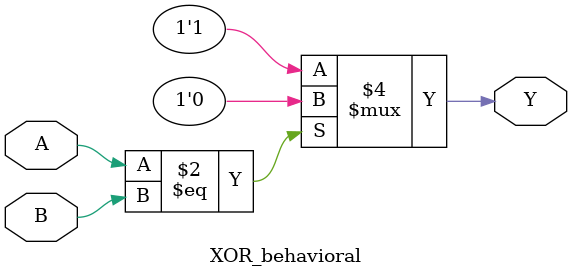
<source format=v>
module XOR_behavioral(output reg Y, input A, B);
  always @(*) begin
    if (A == B)
      Y = 0;  // same inputs -> output 0
    else
      Y = 1;  // different inputs -> output 1
  end
endmodule

</source>
